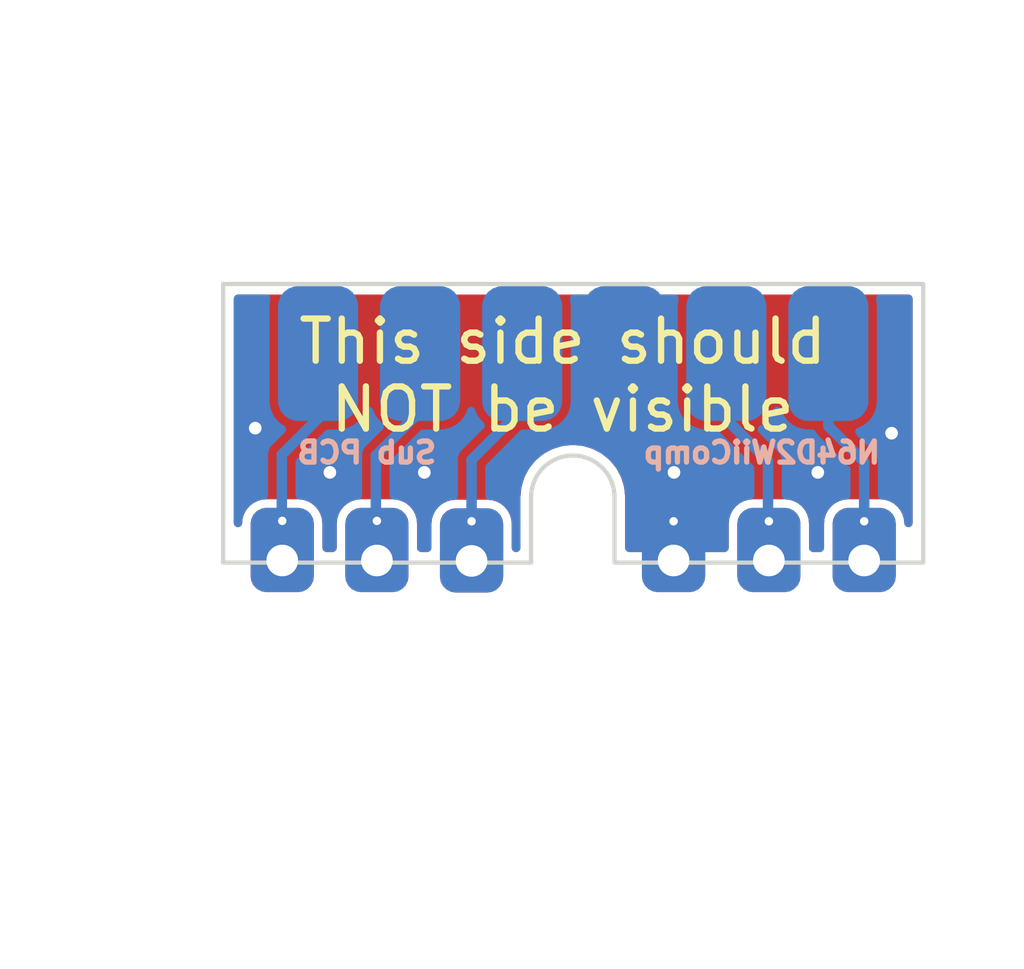
<source format=kicad_pcb>
(kicad_pcb (version 20171130) (host pcbnew "(5.1.8-0-10_14)")

  (general
    (thickness 1.6002)
    (drawings 10)
    (tracks 21)
    (zones 0)
    (modules 1)
    (nets 7)
  )

  (page USLetter)
  (title_block
    (rev 1)
  )

  (layers
    (0 Front signal)
    (31 Back signal)
    (34 B.Paste user)
    (35 F.Paste user)
    (36 B.SilkS user)
    (37 F.SilkS user)
    (38 B.Mask user)
    (39 F.Mask user)
    (42 Eco1.User user)
    (43 Eco2.User user)
    (44 Edge.Cuts user)
    (45 Margin user)
    (46 B.CrtYd user)
    (47 F.CrtYd user)
    (49 F.Fab user)
  )

  (setup
    (last_trace_width 0.25)
    (user_trace_width 0.254)
    (user_trace_width 0.508)
    (user_trace_width 0.762)
    (trace_clearance 0.2)
    (zone_clearance 0.2)
    (zone_45_only no)
    (trace_min 0.1524)
    (via_size 0.7)
    (via_drill 0.3)
    (via_min_size 0.508)
    (via_min_drill 0.254)
    (user_via 0.6858 0.3302)
    (user_via 0.889 0.381)
    (uvia_size 0.6858)
    (uvia_drill 0.254)
    (uvias_allowed no)
    (uvia_min_size 0)
    (uvia_min_drill 0)
    (edge_width 0.1)
    (segment_width 0.254)
    (pcb_text_width 0.3048)
    (pcb_text_size 1.524 1.524)
    (mod_edge_width 0.127)
    (mod_text_size 0.762 0.762)
    (mod_text_width 0.127)
    (pad_size 1.524 1.524)
    (pad_drill 0.762)
    (pad_to_mask_clearance 0.0508)
    (aux_axis_origin 0 0)
    (visible_elements FFFFFF7F)
    (pcbplotparams
      (layerselection 0x010fc_ffffffff)
      (usegerberextensions false)
      (usegerberattributes false)
      (usegerberadvancedattributes false)
      (creategerberjobfile false)
      (excludeedgelayer true)
      (linewidth 0.152400)
      (plotframeref false)
      (viasonmask false)
      (mode 1)
      (useauxorigin false)
      (hpglpennumber 1)
      (hpglpenspeed 20)
      (hpglpendiameter 15.000000)
      (psnegative false)
      (psa4output false)
      (plotreference true)
      (plotvalue false)
      (plotinvisibletext false)
      (padsonsilk false)
      (subtractmaskfromsilk true)
      (outputformat 1)
      (mirror false)
      (drillshape 0)
      (scaleselection 1)
      (outputdirectory "./gerbers"))
  )

  (net 0 "")
  (net 1 /Audio_R)
  (net 2 /+5V)
  (net 3 /Chroma)
  (net 4 /GND)
  (net 5 /Blue)
  (net 6 /Green)

  (net_class Default "This is the default net class."
    (clearance 0.2)
    (trace_width 0.25)
    (via_dia 0.7)
    (via_drill 0.3)
    (uvia_dia 0.6858)
    (uvia_drill 0.254)
    (diff_pair_width 0.1524)
    (diff_pair_gap 0.1524)
    (add_net /+5V)
    (add_net /Audio_R)
    (add_net /Blue)
    (add_net /Chroma)
    (add_net /GND)
    (add_net /Green)
  )

  (module WiiComp:AV_Multi_Sub (layer Front) (tedit 612BF264) (tstamp 612B2182)
    (at 138.54 105.59)
    (path /612C4A9A)
    (fp_text reference P1 (at -8.79 -2.59) (layer F.Fab)
      (effects (font (size 1 1) (thickness 0.15)))
    )
    (fp_text value AVMulti_SUB (at -8.92 -5.94) (layer F.Fab)
      (effects (font (size 1 1) (thickness 0.15)))
    )
    (fp_poly (pts (xy 8.243732 6.506783) (xy 1.032284 6.506783) (xy 1.032284 5.77198) (xy 1.031956 5.607324)
      (xy 1.03101 5.452213) (xy 1.029497 5.309591) (xy 1.027471 5.182399) (xy 1.024984 5.073583)
      (xy 1.022088 4.986086) (xy 1.018837 4.92285) (xy 1.016608 4.8966) (xy 0.984127 4.730828)
      (xy 0.926317 4.575907) (xy 0.845602 4.434004) (xy 0.744403 4.307286) (xy 0.625144 4.19792)
      (xy 0.490248 4.108074) (xy 0.342137 4.039915) (xy 0.183235 3.99561) (xy 0.015965 3.977327)
      (xy -0.011486 3.976961) (xy -0.179224 3.991171) (xy -0.341454 4.032666) (xy -0.494952 4.099741)
      (xy -0.636494 4.190692) (xy -0.762857 4.303816) (xy -0.864101 4.427676) (xy -0.905594 4.493434)
      (xy -0.945675 4.567603) (xy -0.976671 4.635804) (xy -0.980483 4.645765) (xy -0.997151 4.693728)
      (xy -1.011372 4.742064) (xy -1.023337 4.793449) (xy -1.033237 4.850561) (xy -1.041261 4.916078)
      (xy -1.0476 4.992677) (xy -1.052445 5.083037) (xy -1.055986 5.189834) (xy -1.058414 5.315746)
      (xy -1.059919 5.463452) (xy -1.060692 5.635629) (xy -1.060902 5.776188) (xy -1.061363 6.506783)
      (xy -8.243732 6.506783) (xy -8.243732 0.007757) (xy 8.243732 0.007757) (xy 8.243732 6.506783)) (layer Eco1.User) (width 0.01))
    (fp_line (start -10.83 7) (end 10.63 7) (layer Dwgs.User) (width 0.12))
    (fp_poly (pts (xy 8.248271 16.212879) (xy -8.253732 16.212879) (xy -8.253732 4.981098) (xy -1.039702 4.981098)
      (xy -1.039258 5.034193) (xy -1.03361 5.094853) (xy -1.02504 5.158727) (xy -1.011307 5.242468)
      (xy -0.99491 5.310046) (xy -0.971956 5.37435) (xy -0.938548 5.448269) (xy -0.935849 5.453863)
      (xy -0.901519 5.519424) (xy -0.864282 5.581872) (xy -0.829822 5.632005) (xy -0.813905 5.651222)
      (xy -0.775602 5.693106) (xy -0.739868 5.733363) (xy -0.725624 5.749969) (xy -0.679038 5.79422)
      (xy -0.612086 5.843139) (xy -0.532069 5.892454) (xy -0.446291 5.937894) (xy -0.362054 5.975187)
      (xy -0.308514 5.993975) (xy -0.146674 6.028395) (xy 0.02141 6.036762) (xy 0.188993 6.019044)
      (xy 0.282738 5.996964) (xy 0.435224 5.938486) (xy 0.577707 5.854836) (xy 0.706463 5.749237)
      (xy 0.817771 5.624908) (xy 0.907909 5.48507) (xy 0.933283 5.434105) (xy 0.992141 5.273541)
      (xy 1.022329 5.108452) (xy 1.023922 4.938303) (xy 1.014538 4.854585) (xy 0.998873 4.767189)
      (xy 0.97875 4.694275) (xy 0.94964 4.621246) (xy 0.92778 4.574972) (xy 0.893401 4.505373)
      (xy 0.866675 4.454557) (xy 0.842429 4.415211) (xy 0.815492 4.380022) (xy 0.780691 4.341675)
      (xy 0.732855 4.292858) (xy 0.71696 4.276859) (xy 0.58899 4.164859) (xy 0.453398 4.07987)
      (xy 0.307119 4.020551) (xy 0.147087 3.985563) (xy 0.026348 3.974876) (xy -0.050368 3.972541)
      (xy -0.109105 3.973918) (xy -0.160856 3.98022) (xy -0.216614 3.992663) (xy -0.271013 4.007715)
      (xy -0.436379 4.069471) (xy -0.585457 4.153709) (xy -0.716444 4.258412) (xy -0.827538 4.381562)
      (xy -0.916936 4.521144) (xy -0.982836 4.675139) (xy -1.023435 4.841531) (xy -1.024967 4.851466)
      (xy -1.034939 4.924034) (xy -1.039702 4.981098) (xy -8.253732 4.981098) (xy -8.253732 0.00166)
      (xy 8.248271 0.00166) (xy 8.248271 16.212879)) (layer Eco2.User) (width 0.01))
    (pad 102 thru_hole circle (at 6.9 5.58) (size 0.4 0.4) (drill 0.2) (layers *.Cu *.Mask)
      (net 6 /Green) (zone_connect 2))
    (pad 104 thru_hole circle (at 4.64 5.58) (size 0.4 0.4) (drill 0.2) (layers *.Cu *.Mask)
      (net 5 /Blue) (zone_connect 2))
    (pad 106 thru_hole circle (at 2.38 5.58) (size 0.4 0.4) (drill 0.2) (layers *.Cu *.Mask)
      (net 4 /GND) (zone_connect 2))
    (pad 108 thru_hole circle (at -2.41 5.58) (size 0.4 0.4) (drill 0.2) (layers *.Cu *.Mask)
      (net 3 /Chroma) (zone_connect 2))
    (pad 110 thru_hole circle (at -4.655 5.57) (size 0.4 0.4) (drill 0.2) (layers *.Cu *.Mask)
      (net 2 /+5V) (zone_connect 2))
    (pad 102 thru_hole roundrect (at 6.9 6.51) (size 1.5 2) (drill 0.75 (offset 0 -0.25)) (layers *.Cu *.Mask) (roundrect_rratio 0.25)
      (net 6 /Green) (zone_connect 2))
    (pad 104 thru_hole roundrect (at 4.64 6.51) (size 1.5 2) (drill 0.75 (offset 0 -0.25)) (layers *.Cu *.Mask) (roundrect_rratio 0.25)
      (net 5 /Blue) (zone_connect 2))
    (pad 106 thru_hole roundrect (at 2.38 6.51) (size 1.5 2) (drill 0.75 (offset 0 -0.25)) (layers *.Cu *.Mask) (roundrect_rratio 0.25)
      (net 4 /GND) (zone_connect 2))
    (pad 108 thru_hole roundrect (at -2.41 6.52) (size 1.5 2) (drill 0.75 (offset 0 -0.25)) (layers *.Cu *.Mask) (roundrect_rratio 0.25)
      (net 3 /Chroma) (zone_connect 2))
    (pad 110 thru_hole roundrect (at -4.655 6.51) (size 1.5 2) (drill 0.75 (offset 0 -0.25)) (layers *.Cu *.Mask) (roundrect_rratio 0.25)
      (net 2 /+5V) (zone_connect 2))
    (pad 2 connect roundrect (at 6.05 1.6) (size 1.9 3.2) (layers Back B.Mask) (roundrect_rratio 0.25)
      (net 6 /Green) (zone_connect 2))
    (pad 4 connect roundrect (at 3.63 1.6) (size 1.9 3.2) (layers Back B.Mask) (roundrect_rratio 0.25)
      (net 5 /Blue) (zone_connect 2))
    (pad 6 connect roundrect (at 1.21 1.6) (size 1.9 3.2) (layers Back B.Mask) (roundrect_rratio 0.25)
      (net 4 /GND) (zone_connect 2))
    (pad 8 connect roundrect (at -1.21 1.6) (size 1.9 3.2) (layers Back B.Mask) (roundrect_rratio 0.25)
      (net 3 /Chroma) (zone_connect 2))
    (pad 10 connect roundrect (at -3.63 1.6) (size 1.9 3.2) (layers Back B.Mask) (roundrect_rratio 0.25)
      (net 2 /+5V) (zone_connect 2))
    (pad 112 thru_hole circle (at -6.9 5.57) (size 0.4 0.4) (drill 0.2) (layers *.Cu *.Mask)
      (net 1 /Audio_R) (zone_connect 2))
    (pad 112 thru_hole roundrect (at -6.9 6.51) (size 1.5 2) (drill 0.75 (offset 0 -0.25)) (layers *.Cu *.Mask) (roundrect_rratio 0.25)
      (net 1 /Audio_R) (zone_connect 2))
    (pad 12 connect roundrect (at -6.05 1.6) (size 1.9 3.2) (layers Back B.Mask) (roundrect_rratio 0.25)
      (net 1 /Audio_R) (zone_connect 2))
  )

  (gr_text "This side should\nNOT be visible" (at 138.29 107.71) (layer F.SilkS)
    (effects (font (size 1 1) (thickness 0.15)))
  )
  (gr_text "N64D2WiiComp             Sub PCB" (at 145.88 109.54) (layer B.SilkS)
    (effects (font (size 0.5 0.5) (thickness 0.125)) (justify left mirror))
  )
  (gr_line (start 130.24 112.15) (end 137.54 112.15) (layer Edge.Cuts) (width 0.1))
  (gr_line (start 137.54 110.6) (end 137.54 112.15) (layer Edge.Cuts) (width 0.1) (tstamp 612B2336))
  (gr_arc (start 138.53 110.6) (end 139.52 110.6) (angle -180) (layer Edge.Cuts) (width 0.1))
  (gr_line (start 139.52 110.6) (end 139.52 112.15) (layer Edge.Cuts) (width 0.1))
  (gr_line (start 130.24 105.54) (end 130.24 112.15) (layer Edge.Cuts) (width 0.1))
  (gr_line (start 146.84 112.15) (end 139.52 112.15) (layer Edge.Cuts) (width 0.1))
  (gr_line (start 146.84 105.54) (end 146.84 112.15) (layer Edge.Cuts) (width 0.1))
  (gr_line (start 130.24 105.54) (end 146.84 105.54) (layer Edge.Cuts) (width 0.1))

  (segment (start 131.63 109.59) (end 131.63 111.18) (width 0.25) (layer Back) (net 1))
  (segment (start 132.49 107.19) (end 132.49 108.73) (width 0.25) (layer Back) (net 1))
  (segment (start 132.49 108.73) (end 131.63 109.59) (width 0.25) (layer Back) (net 1))
  (segment (start 133.86 109.61) (end 133.86 111.16) (width 0.25) (layer Back) (net 2))
  (segment (start 134.91 107.19) (end 134.91 108.56) (width 0.25) (layer Back) (net 2))
  (segment (start 134.91 108.56) (end 133.86 109.61) (width 0.25) (layer Back) (net 2))
  (segment (start 136.13 109.71) (end 136.13 111.17) (width 0.25) (layer Back) (net 3))
  (segment (start 137.33 107.19) (end 137.33 108.51) (width 0.25) (layer Back) (net 3))
  (segment (start 137.33 108.51) (end 136.13 109.71) (width 0.25) (layer Back) (net 3))
  (via (at 140.93 110.01) (size 0.7) (drill 0.3) (layers Front Back) (net 4))
  (via (at 144.34 110.01) (size 0.7) (drill 0.3) (layers Front Back) (net 4))
  (via (at 135.01 110.01) (size 0.7) (drill 0.3) (layers Front Back) (net 4))
  (via (at 132.77 110.01) (size 0.7) (drill 0.3) (layers Front Back) (net 4))
  (via (at 146.09 109.08) (size 0.7) (drill 0.3) (layers Front Back) (net 4))
  (via (at 131 108.96) (size 0.7) (drill 0.3) (layers Front Back) (net 4))
  (segment (start 143.16 109.74) (end 143.16 111.17) (width 0.25) (layer Back) (net 5))
  (segment (start 142.17 108.75) (end 143.16 109.74) (width 0.25) (layer Back) (net 5))
  (segment (start 142.17 107.19) (end 142.17 108.75) (width 0.25) (layer Back) (net 5))
  (segment (start 145.44 109.76) (end 145.44 111.17) (width 0.25) (layer Back) (net 6))
  (segment (start 144.59 107.19) (end 144.59 108.91) (width 0.25) (layer Back) (net 6))
  (segment (start 144.59 108.91) (end 145.44 109.76) (width 0.25) (layer Back) (net 6))

  (zone (net 4) (net_name /GND) (layer Front) (tstamp 612C4EE3) (hatch edge 0.508)
    (connect_pads yes (clearance 0.2))
    (min_thickness 0.2)
    (fill yes (arc_segments 32) (thermal_gap 0.4) (thermal_bridge_width 0.4))
    (polygon
      (pts
        (xy 147.75 113.18) (xy 128.09 113.18) (xy 128.09 103.63) (xy 147.75 103.63)
      )
    )
    (filled_polygon
      (pts
        (xy 146.490001 111.210277) (xy 146.478453 111.093031) (xy 146.439959 110.966133) (xy 146.377448 110.849184) (xy 146.293323 110.746677)
        (xy 146.190816 110.662552) (xy 146.073867 110.600041) (xy 145.946969 110.561547) (xy 145.815 110.548549) (xy 145.065 110.548549)
        (xy 144.933031 110.561547) (xy 144.806133 110.600041) (xy 144.689184 110.662552) (xy 144.586677 110.746677) (xy 144.502552 110.849184)
        (xy 144.440041 110.966133) (xy 144.401547 111.093031) (xy 144.388549 111.225) (xy 144.388549 111.8) (xy 144.231451 111.8)
        (xy 144.231451 111.225) (xy 144.218453 111.093031) (xy 144.179959 110.966133) (xy 144.117448 110.849184) (xy 144.033323 110.746677)
        (xy 143.930816 110.662552) (xy 143.813867 110.600041) (xy 143.686969 110.561547) (xy 143.555 110.548549) (xy 142.805 110.548549)
        (xy 142.673031 110.561547) (xy 142.546133 110.600041) (xy 142.429184 110.662552) (xy 142.326677 110.746677) (xy 142.242552 110.849184)
        (xy 142.180041 110.966133) (xy 142.141547 111.093031) (xy 142.128549 111.225) (xy 142.128549 111.8) (xy 139.87 111.8)
        (xy 139.87 110.582811) (xy 139.868233 110.564871) (xy 139.868233 110.552024) (xy 139.867722 110.547163) (xy 139.846185 110.355154)
        (xy 139.839594 110.324144) (xy 139.833428 110.293006) (xy 139.831983 110.288337) (xy 139.773561 110.104168) (xy 139.761063 110.075009)
        (xy 139.748975 110.045682) (xy 139.746651 110.041383) (xy 139.653569 109.872069) (xy 139.635661 109.845915) (xy 139.618094 109.819474)
        (xy 139.614978 109.815708) (xy 139.490783 109.667697) (xy 139.468135 109.645519) (xy 139.445766 109.622993) (xy 139.441979 109.619904)
        (xy 139.2914 109.498835) (xy 139.264845 109.481458) (xy 139.238556 109.463726) (xy 139.234246 109.461435) (xy 139.234242 109.461432)
        (xy 139.234238 109.46143) (xy 139.063014 109.371917) (xy 139.033652 109.360054) (xy 139.004358 109.34774) (xy 138.99968 109.346328)
        (xy 138.814327 109.291776) (xy 138.783226 109.285844) (xy 138.752094 109.279453) (xy 138.74723 109.278977) (xy 138.554811 109.261465)
        (xy 138.523161 109.261686) (xy 138.491367 109.261464) (xy 138.486503 109.261941) (xy 138.294347 109.282138) (xy 138.263289 109.288514)
        (xy 138.232116 109.29446) (xy 138.227437 109.295873) (xy 138.042864 109.353007) (xy 138.013648 109.365288) (xy 137.984206 109.377184)
        (xy 137.979891 109.379478) (xy 137.80993 109.471376) (xy 137.783649 109.489103) (xy 137.757088 109.506484) (xy 137.753301 109.509573)
        (xy 137.604427 109.632732) (xy 137.582091 109.655225) (xy 137.55941 109.677436) (xy 137.556295 109.681202) (xy 137.434178 109.830932)
        (xy 137.416654 109.857308) (xy 137.398701 109.883528) (xy 137.396376 109.887827) (xy 137.305668 110.058424) (xy 137.293593 110.08772)
        (xy 137.281082 110.116911) (xy 137.279637 110.12158) (xy 137.223792 110.306547) (xy 137.217636 110.337639) (xy 137.211035 110.368694)
        (xy 137.210524 110.373555) (xy 137.19167 110.565847) (xy 137.19167 110.565857) (xy 137.19 110.582812) (xy 137.190001 111.8)
        (xy 137.181451 111.8) (xy 137.181451 111.235) (xy 137.168453 111.103031) (xy 137.129959 110.976133) (xy 137.067448 110.859184)
        (xy 136.983323 110.756677) (xy 136.880816 110.672552) (xy 136.763867 110.610041) (xy 136.636969 110.571547) (xy 136.505 110.558549)
        (xy 135.755 110.558549) (xy 135.623031 110.571547) (xy 135.496133 110.610041) (xy 135.379184 110.672552) (xy 135.276677 110.756677)
        (xy 135.192552 110.859184) (xy 135.130041 110.976133) (xy 135.091547 111.103031) (xy 135.078549 111.235) (xy 135.078549 111.8)
        (xy 134.936451 111.8) (xy 134.936451 111.225) (xy 134.923453 111.093031) (xy 134.884959 110.966133) (xy 134.822448 110.849184)
        (xy 134.738323 110.746677) (xy 134.635816 110.662552) (xy 134.518867 110.600041) (xy 134.391969 110.561547) (xy 134.26 110.548549)
        (xy 133.51 110.548549) (xy 133.378031 110.561547) (xy 133.251133 110.600041) (xy 133.134184 110.662552) (xy 133.031677 110.746677)
        (xy 132.947552 110.849184) (xy 132.885041 110.966133) (xy 132.846547 111.093031) (xy 132.833549 111.225) (xy 132.833549 111.8)
        (xy 132.691451 111.8) (xy 132.691451 111.225) (xy 132.678453 111.093031) (xy 132.639959 110.966133) (xy 132.577448 110.849184)
        (xy 132.493323 110.746677) (xy 132.390816 110.662552) (xy 132.273867 110.600041) (xy 132.146969 110.561547) (xy 132.015 110.548549)
        (xy 131.265 110.548549) (xy 131.133031 110.561547) (xy 131.006133 110.600041) (xy 130.889184 110.662552) (xy 130.786677 110.746677)
        (xy 130.702552 110.849184) (xy 130.640041 110.966133) (xy 130.601547 111.093031) (xy 130.59 111.210268) (xy 130.59 105.89)
        (xy 146.49 105.89)
      )
    )
  )
  (zone (net 4) (net_name /GND) (layer Back) (tstamp 612C4EE0) (hatch edge 0.508)
    (connect_pads yes (clearance 0.2))
    (min_thickness 0.2)
    (fill yes (arc_segments 32) (thermal_gap 0.4) (thermal_bridge_width 0.4))
    (polygon
      (pts
        (xy 148.6 114.25) (xy 129.33 114.25) (xy 129.33 104.73) (xy 148.6 104.73)
      )
    )
    (filled_polygon
      (pts
        (xy 140.933468 105.913522) (xy 140.918549 106.065) (xy 140.918549 108.315) (xy 140.933468 108.466478) (xy 140.977653 108.612135)
        (xy 141.049405 108.746373) (xy 141.145966 108.864034) (xy 141.263627 108.960595) (xy 141.397865 109.032347) (xy 141.543522 109.076532)
        (xy 141.695 109.091451) (xy 141.910411 109.091451) (xy 142.735 109.916041) (xy 142.735001 110.555443) (xy 142.673031 110.561547)
        (xy 142.546133 110.600041) (xy 142.429184 110.662552) (xy 142.326677 110.746677) (xy 142.242552 110.849184) (xy 142.180041 110.966133)
        (xy 142.141547 111.093031) (xy 142.128549 111.225) (xy 142.128549 111.8) (xy 139.87 111.8) (xy 139.87 110.582811)
        (xy 139.868233 110.564871) (xy 139.868233 110.552024) (xy 139.867722 110.547163) (xy 139.846185 110.355154) (xy 139.839594 110.324144)
        (xy 139.833428 110.293006) (xy 139.831983 110.288337) (xy 139.773561 110.104168) (xy 139.761063 110.075009) (xy 139.748975 110.045682)
        (xy 139.746651 110.041383) (xy 139.653569 109.872069) (xy 139.635661 109.845915) (xy 139.618094 109.819474) (xy 139.614978 109.815708)
        (xy 139.490783 109.667697) (xy 139.468135 109.645519) (xy 139.445766 109.622993) (xy 139.441979 109.619904) (xy 139.2914 109.498835)
        (xy 139.264845 109.481458) (xy 139.238556 109.463726) (xy 139.234246 109.461435) (xy 139.234242 109.461432) (xy 139.234238 109.46143)
        (xy 139.063014 109.371917) (xy 139.033652 109.360054) (xy 139.004358 109.34774) (xy 138.99968 109.346328) (xy 138.814327 109.291776)
        (xy 138.783226 109.285844) (xy 138.752094 109.279453) (xy 138.74723 109.278977) (xy 138.554811 109.261465) (xy 138.523161 109.261686)
        (xy 138.491367 109.261464) (xy 138.486503 109.261941) (xy 138.294347 109.282138) (xy 138.263289 109.288514) (xy 138.232116 109.29446)
        (xy 138.227437 109.295873) (xy 138.042864 109.353007) (xy 138.013648 109.365288) (xy 137.984206 109.377184) (xy 137.979891 109.379478)
        (xy 137.80993 109.471376) (xy 137.783649 109.489103) (xy 137.757088 109.506484) (xy 137.753301 109.509573) (xy 137.604427 109.632732)
        (xy 137.582091 109.655225) (xy 137.55941 109.677436) (xy 137.556295 109.681202) (xy 137.434178 109.830932) (xy 137.416654 109.857308)
        (xy 137.398701 109.883528) (xy 137.396376 109.887827) (xy 137.305668 110.058424) (xy 137.293593 110.08772) (xy 137.281082 110.116911)
        (xy 137.279637 110.12158) (xy 137.223792 110.306547) (xy 137.217636 110.337639) (xy 137.211035 110.368694) (xy 137.210524 110.373555)
        (xy 137.19167 110.565847) (xy 137.19167 110.565857) (xy 137.19 110.582812) (xy 137.190001 111.8) (xy 137.181451 111.8)
        (xy 137.181451 111.235) (xy 137.168453 111.103031) (xy 137.129959 110.976133) (xy 137.067448 110.859184) (xy 136.983323 110.756677)
        (xy 136.880816 110.672552) (xy 136.763867 110.610041) (xy 136.636969 110.571547) (xy 136.555 110.563474) (xy 136.555 109.88604)
        (xy 137.34959 109.091451) (xy 137.805 109.091451) (xy 137.956478 109.076532) (xy 138.102135 109.032347) (xy 138.236373 108.960595)
        (xy 138.354034 108.864034) (xy 138.450595 108.746373) (xy 138.522347 108.612135) (xy 138.566532 108.466478) (xy 138.581451 108.315)
        (xy 138.581451 106.065) (xy 138.566532 105.913522) (xy 138.559397 105.89) (xy 140.940603 105.89)
      )
    )
    (filled_polygon
      (pts
        (xy 143.397653 108.612135) (xy 143.469405 108.746373) (xy 143.565966 108.864034) (xy 143.683627 108.960595) (xy 143.817865 109.032347)
        (xy 143.963522 109.076532) (xy 144.115 109.091451) (xy 144.205087 109.091451) (xy 144.234917 109.14726) (xy 144.247789 109.162944)
        (xy 144.274468 109.195452) (xy 144.288027 109.211974) (xy 144.304239 109.225279) (xy 145.015 109.93604) (xy 145.015001 110.553474)
        (xy 144.933031 110.561547) (xy 144.806133 110.600041) (xy 144.689184 110.662552) (xy 144.586677 110.746677) (xy 144.502552 110.849184)
        (xy 144.440041 110.966133) (xy 144.401547 111.093031) (xy 144.388549 111.225) (xy 144.388549 111.8) (xy 144.231451 111.8)
        (xy 144.231451 111.225) (xy 144.218453 111.093031) (xy 144.179959 110.966133) (xy 144.117448 110.849184) (xy 144.033323 110.746677)
        (xy 143.930816 110.662552) (xy 143.813867 110.600041) (xy 143.686969 110.561547) (xy 143.585 110.551504) (xy 143.585 109.760866)
        (xy 143.587055 109.739999) (xy 143.585 109.719132) (xy 143.585 109.719126) (xy 143.57885 109.656686) (xy 143.575056 109.644177)
        (xy 143.568629 109.622992) (xy 143.554548 109.576573) (xy 143.515084 109.50274) (xy 143.489344 109.471376) (xy 143.47528 109.454239)
        (xy 143.475279 109.454238) (xy 143.461974 109.438026) (xy 143.445763 109.424722) (xy 143.014635 108.993595) (xy 143.076373 108.960595)
        (xy 143.194034 108.864034) (xy 143.290595 108.746373) (xy 143.362347 108.612135) (xy 143.38 108.553941)
      )
    )
    (filled_polygon
      (pts
        (xy 133.717653 108.612135) (xy 133.789405 108.746373) (xy 133.885966 108.864034) (xy 133.951304 108.917655) (xy 133.574243 109.294717)
        (xy 133.558026 109.308026) (xy 133.504916 109.372741) (xy 133.465452 109.446574) (xy 133.45706 109.47424) (xy 133.442257 109.523039)
        (xy 133.44115 109.526687) (xy 133.435 109.589127) (xy 133.435 109.589133) (xy 133.432945 109.61) (xy 133.435 109.630867)
        (xy 133.435001 110.555936) (xy 133.378031 110.561547) (xy 133.251133 110.600041) (xy 133.134184 110.662552) (xy 133.031677 110.746677)
        (xy 132.947552 110.849184) (xy 132.885041 110.966133) (xy 132.846547 111.093031) (xy 132.833549 111.225) (xy 132.833549 111.8)
        (xy 132.691451 111.8) (xy 132.691451 111.225) (xy 132.678453 111.093031) (xy 132.639959 110.966133) (xy 132.577448 110.849184)
        (xy 132.493323 110.746677) (xy 132.390816 110.662552) (xy 132.273867 110.600041) (xy 132.146969 110.561547) (xy 132.055 110.552489)
        (xy 132.055 109.76604) (xy 132.729589 109.091451) (xy 132.965 109.091451) (xy 133.116478 109.076532) (xy 133.262135 109.032347)
        (xy 133.396373 108.960595) (xy 133.514034 108.864034) (xy 133.610595 108.746373) (xy 133.682347 108.612135) (xy 133.7 108.553941)
      )
    )
    (filled_polygon
      (pts
        (xy 136.137653 108.612135) (xy 136.209405 108.746373) (xy 136.305966 108.864034) (xy 136.343842 108.895118) (xy 135.844243 109.394717)
        (xy 135.828026 109.408026) (xy 135.774916 109.472741) (xy 135.735452 109.546574) (xy 135.726352 109.576573) (xy 135.71115 109.626686)
        (xy 135.710321 109.635099) (xy 135.705 109.689127) (xy 135.705 109.689133) (xy 135.702945 109.71) (xy 135.705 109.730867)
        (xy 135.705001 110.563474) (xy 135.623031 110.571547) (xy 135.496133 110.610041) (xy 135.379184 110.672552) (xy 135.276677 110.756677)
        (xy 135.192552 110.859184) (xy 135.130041 110.976133) (xy 135.091547 111.103031) (xy 135.078549 111.235) (xy 135.078549 111.8)
        (xy 134.936451 111.8) (xy 134.936451 111.225) (xy 134.923453 111.093031) (xy 134.884959 110.966133) (xy 134.822448 110.849184)
        (xy 134.738323 110.746677) (xy 134.635816 110.662552) (xy 134.518867 110.600041) (xy 134.391969 110.561547) (xy 134.285 110.551011)
        (xy 134.285 109.78604) (xy 134.97959 109.091451) (xy 135.385 109.091451) (xy 135.536478 109.076532) (xy 135.682135 109.032347)
        (xy 135.816373 108.960595) (xy 135.934034 108.864034) (xy 136.030595 108.746373) (xy 136.102347 108.612135) (xy 136.12 108.553941)
      )
    )
    (filled_polygon
      (pts
        (xy 146.490001 111.210277) (xy 146.478453 111.093031) (xy 146.439959 110.966133) (xy 146.377448 110.849184) (xy 146.293323 110.746677)
        (xy 146.190816 110.662552) (xy 146.073867 110.600041) (xy 145.946969 110.561547) (xy 145.865 110.553474) (xy 145.865 109.780874)
        (xy 145.867056 109.76) (xy 145.85885 109.676686) (xy 145.834548 109.596573) (xy 145.832842 109.593382) (xy 145.795084 109.52274)
        (xy 145.741974 109.458026) (xy 145.725758 109.444718) (xy 145.324733 109.043693) (xy 145.362135 109.032347) (xy 145.496373 108.960595)
        (xy 145.614034 108.864034) (xy 145.710595 108.746373) (xy 145.782347 108.612135) (xy 145.826532 108.466478) (xy 145.841451 108.315)
        (xy 145.841451 106.065) (xy 145.826532 105.913522) (xy 145.819397 105.89) (xy 146.49 105.89)
      )
    )
    (filled_polygon
      (pts
        (xy 131.253468 105.913522) (xy 131.238549 106.065) (xy 131.238549 108.315) (xy 131.253468 108.466478) (xy 131.297653 108.612135)
        (xy 131.369405 108.746373) (xy 131.465966 108.864034) (xy 131.583627 108.960595) (xy 131.632332 108.986628) (xy 131.344244 109.274716)
        (xy 131.328026 109.288026) (xy 131.274916 109.352741) (xy 131.235452 109.426574) (xy 131.220993 109.47424) (xy 131.211212 109.506484)
        (xy 131.21115 109.506687) (xy 131.205 109.569127) (xy 131.205 109.569133) (xy 131.202945 109.59) (xy 131.205 109.610867)
        (xy 131.205001 110.554459) (xy 131.133031 110.561547) (xy 131.006133 110.600041) (xy 130.889184 110.662552) (xy 130.786677 110.746677)
        (xy 130.702552 110.849184) (xy 130.640041 110.966133) (xy 130.601547 111.093031) (xy 130.59 111.210268) (xy 130.59 105.89)
        (xy 131.260603 105.89)
      )
    )
  )
)

</source>
